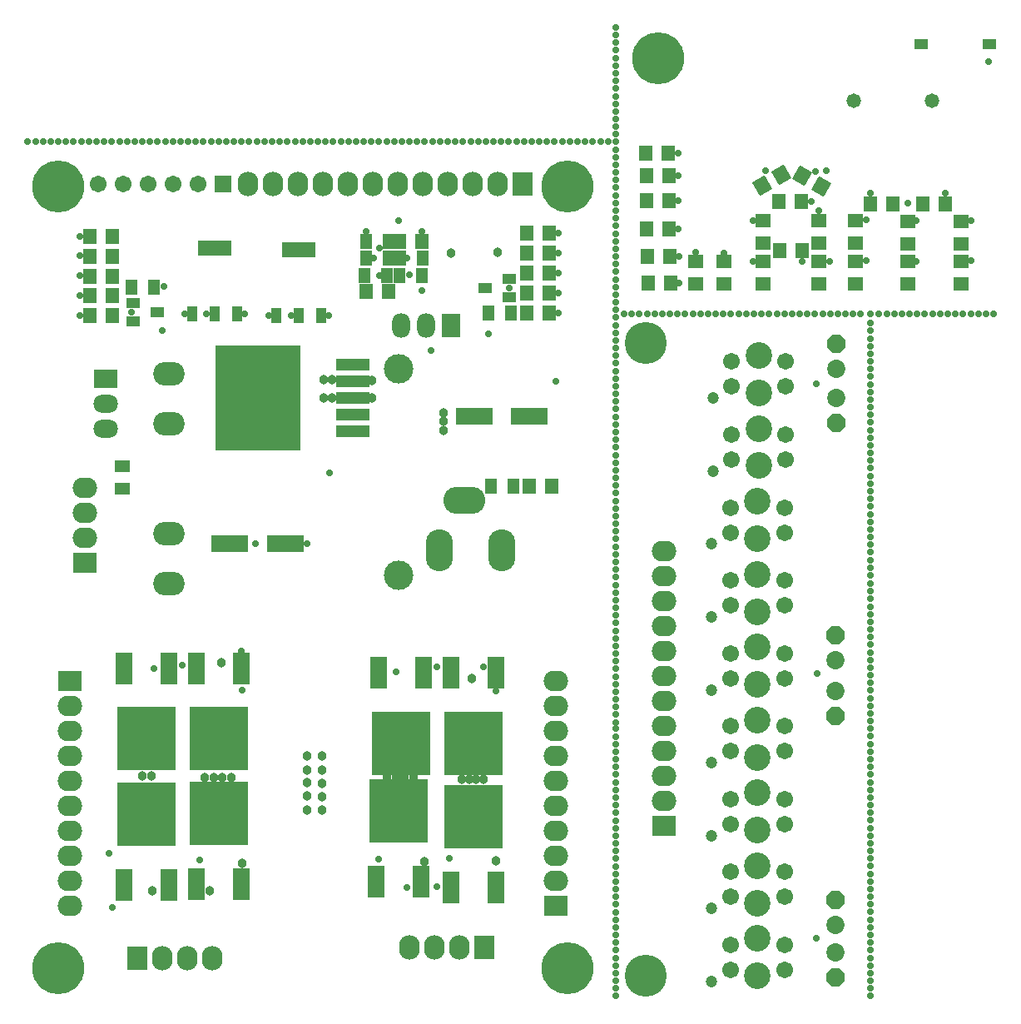
<source format=gts>
G04*
G04 #@! TF.GenerationSoftware,Altium Limited,Altium Designer,18.1.6 (161)*
G04*
G04 Layer_Color=8388736*
%FSTAX24Y24*%
%MOIN*%
G70*
G01*
G75*
%ADD35R,0.0552X0.0395*%
%ADD36R,0.0580X0.0630*%
%ADD37R,0.0630X0.0580*%
G04:AMPARAMS|DCode=38|XSize=58mil|YSize=63mil|CornerRadius=0mil|HoleSize=0mil|Usage=FLASHONLY|Rotation=330.000|XOffset=0mil|YOffset=0mil|HoleType=Round|Shape=Rectangle|*
%AMROTATEDRECTD38*
4,1,4,-0.0409,-0.0128,-0.0094,0.0418,0.0409,0.0128,0.0094,-0.0418,-0.0409,-0.0128,0.0*
%
%ADD38ROTATEDRECTD38*%

G04:AMPARAMS|DCode=39|XSize=58mil|YSize=63mil|CornerRadius=0mil|HoleSize=0mil|Usage=FLASHONLY|Rotation=210.000|XOffset=0mil|YOffset=0mil|HoleType=Round|Shape=Rectangle|*
%AMROTATEDRECTD39*
4,1,4,0.0094,0.0418,0.0409,-0.0128,-0.0094,-0.0418,-0.0409,0.0128,0.0094,0.0418,0.0*
%
%ADD39ROTATEDRECTD39*%

%ADD40R,0.0630X0.0474*%
%ADD41R,0.1458X0.0710*%
%ADD42R,0.3411X0.4226*%
%ADD43R,0.1344X0.0493*%
%ADD44R,0.0474X0.0630*%
%ADD45R,0.2363X0.2521*%
%ADD46R,0.0710X0.1261*%
%ADD47R,0.0446X0.0596*%
%ADD48R,0.1356X0.0596*%
%ADD49R,0.0552X0.0415*%
%ADD50P,0.0790X8X292.5*%
%ADD51C,0.0730*%
%ADD52C,0.0671*%
%ADD53C,0.0474*%
%ADD54C,0.1064*%
%ADD55O,0.0980X0.0830*%
%ADD56R,0.0980X0.0830*%
%ADD57O,0.1080X0.1680*%
%ADD58O,0.1680X0.1080*%
%ADD59C,0.1180*%
%ADD60R,0.0730X0.0980*%
%ADD61O,0.0730X0.0980*%
%ADD62R,0.0671X0.0671*%
%ADD63O,0.0830X0.0980*%
%ADD64R,0.0830X0.0980*%
%ADD65O,0.1261X0.0946*%
%ADD66R,0.0980X0.0730*%
%ADD67O,0.0980X0.0730*%
%ADD68C,0.0280*%
%ADD69C,0.2080*%
%ADD70C,0.0580*%
%ADD71C,0.1680*%
%ADD72C,0.0380*%
D35*
X123578Y0749D02*
D03*
X120822D02*
D03*
D36*
X1098Y07055D02*
D03*
X1107D02*
D03*
X1099Y06535D02*
D03*
X1108D02*
D03*
X109865Y0664D02*
D03*
X110765D02*
D03*
X109837Y0675D02*
D03*
X110737D02*
D03*
X109837Y068649D02*
D03*
X110737D02*
D03*
X109837Y06965D02*
D03*
X110737D02*
D03*
X115183Y06665D02*
D03*
X116083D02*
D03*
X115133Y0686D02*
D03*
X116033D02*
D03*
X1197Y0685D02*
D03*
X1188D02*
D03*
X1209Y068499D02*
D03*
X1218D02*
D03*
X0995Y065D02*
D03*
X0986D02*
D03*
X10085Y067D02*
D03*
X09995D02*
D03*
X087525Y06405D02*
D03*
X088425D02*
D03*
X087525Y065625D02*
D03*
X088425D02*
D03*
X087525Y066413D02*
D03*
X088425D02*
D03*
X087525Y064837D02*
D03*
X088425D02*
D03*
X087525Y0672D02*
D03*
X088425D02*
D03*
X10595Y06735D02*
D03*
X10505D02*
D03*
X10595Y06575D02*
D03*
X10505D02*
D03*
X10595Y06655D02*
D03*
X10505D02*
D03*
X10595Y06415D02*
D03*
X10505D02*
D03*
X10595Y06495D02*
D03*
X10505D02*
D03*
X10515Y0572D02*
D03*
X10605D02*
D03*
D37*
X1118Y065313D02*
D03*
Y066213D02*
D03*
X11675Y065313D02*
D03*
Y066213D02*
D03*
Y06695D02*
D03*
Y06785D02*
D03*
X114507Y06695D02*
D03*
Y06785D02*
D03*
X1145Y065313D02*
D03*
Y066213D02*
D03*
X11295Y065313D02*
D03*
Y066213D02*
D03*
X1203Y066926D02*
D03*
Y067826D02*
D03*
Y065323D02*
D03*
Y066223D02*
D03*
X1182Y066945D02*
D03*
Y067845D02*
D03*
Y065323D02*
D03*
Y066223D02*
D03*
X12245Y066926D02*
D03*
Y067826D02*
D03*
Y065323D02*
D03*
Y066223D02*
D03*
D38*
X11685Y069211D02*
D03*
X116071Y069661D02*
D03*
D39*
X114471Y069236D02*
D03*
X11525Y069686D02*
D03*
D40*
X08885Y058D02*
D03*
Y0571D02*
D03*
D41*
X10515Y06D02*
D03*
X102945D02*
D03*
X09315Y0549D02*
D03*
X095355D02*
D03*
D42*
X094272Y06075D02*
D03*
D43*
X098063Y062089D02*
D03*
Y061419D02*
D03*
Y06075D02*
D03*
Y060081D02*
D03*
Y059411D02*
D03*
D44*
X09945Y06565D02*
D03*
X09855D02*
D03*
X0986Y067D02*
D03*
X0995D02*
D03*
X100863Y06635D02*
D03*
X099963D02*
D03*
X0995D02*
D03*
X0986D02*
D03*
X10085Y06565D02*
D03*
X09995D02*
D03*
X1044Y06415D02*
D03*
X1035D02*
D03*
X0892Y065175D02*
D03*
X0901D02*
D03*
X1045Y0572D02*
D03*
X1036D02*
D03*
D45*
X0898Y0471D02*
D03*
X1029Y043975D02*
D03*
Y046925D02*
D03*
X0999Y0442D02*
D03*
X1Y046925D02*
D03*
X0927Y0441D02*
D03*
Y0471D02*
D03*
X0898Y044077D02*
D03*
D46*
X0889Y049927D02*
D03*
X0907D02*
D03*
X102Y041148D02*
D03*
X1038D02*
D03*
Y049752D02*
D03*
X102D02*
D03*
X099Y041373D02*
D03*
X1008D02*
D03*
X1009Y049752D02*
D03*
X0991D02*
D03*
X0918Y041273D02*
D03*
X0936D02*
D03*
Y049927D02*
D03*
X0918D02*
D03*
X0889Y04125D02*
D03*
X0907D02*
D03*
D47*
X094998Y064033D02*
D03*
X0959D02*
D03*
X096802D02*
D03*
X091648Y0641D02*
D03*
X09255D02*
D03*
X093452D02*
D03*
D48*
X0959Y066667D02*
D03*
X09255Y066734D02*
D03*
D49*
X089258Y064549D02*
D03*
X08926Y063805D02*
D03*
X090242Y064175D02*
D03*
X104342Y064776D02*
D03*
X10434Y06552D02*
D03*
X103358Y06515D02*
D03*
D50*
X1174Y051248D02*
D03*
X117413Y048009D02*
D03*
X117445Y059748D02*
D03*
X117433Y062898D02*
D03*
X1174Y03755D02*
D03*
Y04065D02*
D03*
D51*
Y050248D02*
D03*
X117413Y049009D02*
D03*
X117445Y060748D02*
D03*
X117433Y061898D02*
D03*
X1174Y03855D02*
D03*
Y03965D02*
D03*
D52*
X1132Y044689D02*
D03*
Y043689D02*
D03*
X115365Y044689D02*
D03*
Y043689D02*
D03*
X1132Y04177D02*
D03*
Y04077D02*
D03*
X115365Y04177D02*
D03*
Y04077D02*
D03*
X1132Y038852D02*
D03*
Y037852D02*
D03*
X115365Y038852D02*
D03*
Y037852D02*
D03*
X1132Y053444D02*
D03*
Y052444D02*
D03*
X115365Y053444D02*
D03*
Y052444D02*
D03*
X1132Y050526D02*
D03*
Y049526D02*
D03*
X115365Y050526D02*
D03*
Y049526D02*
D03*
X1132Y047607D02*
D03*
Y046607D02*
D03*
X115365Y047607D02*
D03*
Y046607D02*
D03*
X11325Y0622D02*
D03*
Y0612D02*
D03*
X115415Y0622D02*
D03*
Y0612D02*
D03*
X11325Y059281D02*
D03*
Y058281D02*
D03*
X115415Y059281D02*
D03*
Y058281D02*
D03*
X1132Y056363D02*
D03*
Y055363D02*
D03*
X115365Y056363D02*
D03*
Y055363D02*
D03*
X091876Y0693D02*
D03*
X090876D02*
D03*
X089876D02*
D03*
X088876D02*
D03*
X087876D02*
D03*
D53*
X112452Y043224D02*
D03*
Y040306D02*
D03*
Y037387D02*
D03*
Y05198D02*
D03*
Y049061D02*
D03*
Y046143D02*
D03*
X112502Y060735D02*
D03*
Y057817D02*
D03*
X112452Y054898D02*
D03*
D54*
X114283Y043441D02*
D03*
Y044937D02*
D03*
Y040522D02*
D03*
Y042018D02*
D03*
Y037604D02*
D03*
Y0391D02*
D03*
Y052196D02*
D03*
Y053693D02*
D03*
Y049278D02*
D03*
Y050774D02*
D03*
Y046359D02*
D03*
Y047856D02*
D03*
X114333Y060952D02*
D03*
Y062448D02*
D03*
Y058033D02*
D03*
Y05953D02*
D03*
X114283Y055115D02*
D03*
Y056611D02*
D03*
D55*
X11055Y0546D02*
D03*
Y0526D02*
D03*
Y0506D02*
D03*
Y0486D02*
D03*
Y0466D02*
D03*
Y0456D02*
D03*
Y0446D02*
D03*
Y0476D02*
D03*
Y0496D02*
D03*
Y0516D02*
D03*
Y0536D02*
D03*
X1062Y048425D02*
D03*
Y046425D02*
D03*
Y044425D02*
D03*
Y041425D02*
D03*
Y042425D02*
D03*
Y043425D02*
D03*
Y045425D02*
D03*
Y047425D02*
D03*
Y049425D02*
D03*
X08675Y041425D02*
D03*
Y043425D02*
D03*
Y045425D02*
D03*
Y048425D02*
D03*
Y047425D02*
D03*
Y046425D02*
D03*
Y044425D02*
D03*
Y042425D02*
D03*
Y040425D02*
D03*
X08735Y05715D02*
D03*
Y05615D02*
D03*
Y05515D02*
D03*
D56*
X11055Y0436D02*
D03*
X1062Y040425D02*
D03*
X08675Y049425D02*
D03*
X08735Y05415D02*
D03*
D57*
X10155Y05465D02*
D03*
X10405D02*
D03*
D58*
X10255Y05665D02*
D03*
D59*
X0999Y0619D02*
D03*
Y05365D02*
D03*
D60*
X102Y06365D02*
D03*
D61*
X101D02*
D03*
X1D02*
D03*
D62*
X092876Y0693D02*
D03*
D63*
X093875D02*
D03*
X095875D02*
D03*
X097875D02*
D03*
X099875D02*
D03*
X101875D02*
D03*
X102875D02*
D03*
X103875D02*
D03*
X100875D02*
D03*
X098875D02*
D03*
X096875D02*
D03*
X094875D02*
D03*
X10035Y03875D02*
D03*
X10135D02*
D03*
X10235D02*
D03*
X09245Y0383D02*
D03*
X09145D02*
D03*
X09045D02*
D03*
D64*
X104875Y0693D02*
D03*
X10335Y03875D02*
D03*
X08945Y0383D02*
D03*
D65*
X0907Y0597D02*
D03*
Y0617D02*
D03*
Y055297D02*
D03*
Y053297D02*
D03*
D66*
X088163Y0615D02*
D03*
D67*
Y0605D02*
D03*
Y0595D02*
D03*
D68*
X120373Y0641D02*
D03*
X120067D02*
D03*
X119762D02*
D03*
X119456D02*
D03*
X11915D02*
D03*
X123737D02*
D03*
X123431D02*
D03*
X120679D02*
D03*
X120985D02*
D03*
X121291D02*
D03*
X121596D02*
D03*
X121902D02*
D03*
X122208D02*
D03*
X122514D02*
D03*
X12282D02*
D03*
X123125D02*
D03*
X1086Y075277D02*
D03*
Y075583D02*
D03*
Y071301D02*
D03*
Y071607D02*
D03*
Y071913D02*
D03*
Y072219D02*
D03*
Y074971D02*
D03*
Y074665D02*
D03*
Y074359D02*
D03*
Y074054D02*
D03*
Y073748D02*
D03*
Y073442D02*
D03*
Y073136D02*
D03*
Y07283D02*
D03*
Y072525D02*
D03*
X120641Y0662D02*
D03*
X12285Y06625D02*
D03*
Y067841D02*
D03*
X12065Y06785D02*
D03*
X1218Y06895D02*
D03*
X1188D02*
D03*
X11865Y067865D02*
D03*
Y066232D02*
D03*
X11645Y0686D02*
D03*
X1166Y0698D02*
D03*
X1146Y069862D02*
D03*
X116745Y068248D02*
D03*
X117158Y0662D02*
D03*
X116078Y066228D02*
D03*
X114097Y06785D02*
D03*
Y066213D02*
D03*
X112947Y06655D02*
D03*
X1118Y066575D02*
D03*
X1111Y07055D02*
D03*
Y06965D02*
D03*
Y06865D02*
D03*
Y0675D02*
D03*
X11115Y066413D02*
D03*
Y06535D02*
D03*
X11703Y06985D02*
D03*
X1203Y06855D02*
D03*
X12355Y0742D02*
D03*
X118416Y0641D02*
D03*
X118111D02*
D03*
X117805D02*
D03*
X117499D02*
D03*
X117193D02*
D03*
X116887D02*
D03*
X116582D02*
D03*
X116276D02*
D03*
X113218D02*
D03*
X112912D02*
D03*
X112606D02*
D03*
X1123D02*
D03*
X111994D02*
D03*
X111689D02*
D03*
X111383D02*
D03*
X111077D02*
D03*
X110771D02*
D03*
X113524D02*
D03*
X113829D02*
D03*
X114135D02*
D03*
X114441D02*
D03*
X114747D02*
D03*
X115053D02*
D03*
X115358D02*
D03*
X115664D02*
D03*
X11597D02*
D03*
X109242D02*
D03*
X109548D02*
D03*
X109854D02*
D03*
X11016D02*
D03*
X110465D02*
D03*
X108934D02*
D03*
X1188Y054873D02*
D03*
Y055179D02*
D03*
Y055485D02*
D03*
Y055791D02*
D03*
Y056096D02*
D03*
Y056402D02*
D03*
Y056708D02*
D03*
Y057014D02*
D03*
Y05732D02*
D03*
Y054567D02*
D03*
Y054262D02*
D03*
Y053956D02*
D03*
Y05365D02*
D03*
Y060378D02*
D03*
Y060684D02*
D03*
Y060989D02*
D03*
Y061295D02*
D03*
Y061601D02*
D03*
Y061907D02*
D03*
Y062213D02*
D03*
Y062518D02*
D03*
Y062824D02*
D03*
Y060072D02*
D03*
Y059766D02*
D03*
Y05946D02*
D03*
Y059155D02*
D03*
Y058849D02*
D03*
Y058543D02*
D03*
Y058237D02*
D03*
Y057931D02*
D03*
Y057625D02*
D03*
Y0641D02*
D03*
Y063742D02*
D03*
Y063436D02*
D03*
Y06313D02*
D03*
Y038023D02*
D03*
Y038329D02*
D03*
Y038635D02*
D03*
Y038941D02*
D03*
Y039246D02*
D03*
Y039552D02*
D03*
Y039858D02*
D03*
Y040164D02*
D03*
Y04047D02*
D03*
Y037717D02*
D03*
Y037412D02*
D03*
Y037106D02*
D03*
Y0368D02*
D03*
Y043528D02*
D03*
Y043834D02*
D03*
Y044139D02*
D03*
Y044445D02*
D03*
Y044751D02*
D03*
Y045057D02*
D03*
Y045363D02*
D03*
Y045668D02*
D03*
Y045974D02*
D03*
Y043222D02*
D03*
Y042916D02*
D03*
Y04261D02*
D03*
Y042305D02*
D03*
Y041999D02*
D03*
Y041693D02*
D03*
Y041387D02*
D03*
Y041081D02*
D03*
Y040775D02*
D03*
Y049032D02*
D03*
Y049338D02*
D03*
Y049644D02*
D03*
Y04995D02*
D03*
Y050256D02*
D03*
Y050561D02*
D03*
Y050867D02*
D03*
Y051173D02*
D03*
Y051479D02*
D03*
Y048726D02*
D03*
Y048421D02*
D03*
Y048115D02*
D03*
Y047809D02*
D03*
Y047503D02*
D03*
Y047197D02*
D03*
Y046892D02*
D03*
Y046586D02*
D03*
Y04628D02*
D03*
Y053008D02*
D03*
Y052702D02*
D03*
Y052396D02*
D03*
Y05209D02*
D03*
Y051785D02*
D03*
Y053316D02*
D03*
X11665Y039103D02*
D03*
X116659Y0497D02*
D03*
X11665Y0613D02*
D03*
X1086Y03802D02*
D03*
Y038326D02*
D03*
Y038632D02*
D03*
Y038937D02*
D03*
Y039243D02*
D03*
Y039549D02*
D03*
Y039855D02*
D03*
Y040161D02*
D03*
Y040466D02*
D03*
Y037714D02*
D03*
Y037408D02*
D03*
Y037103D02*
D03*
Y036797D02*
D03*
Y043525D02*
D03*
Y04383D02*
D03*
Y044136D02*
D03*
Y044442D02*
D03*
Y044748D02*
D03*
Y045054D02*
D03*
Y045359D02*
D03*
Y045665D02*
D03*
Y045971D02*
D03*
Y043219D02*
D03*
Y042913D02*
D03*
Y042607D02*
D03*
Y042301D02*
D03*
Y041995D02*
D03*
Y04169D02*
D03*
Y041384D02*
D03*
Y041078D02*
D03*
Y040772D02*
D03*
Y0475D02*
D03*
Y047194D02*
D03*
Y046888D02*
D03*
Y046583D02*
D03*
Y046277D02*
D03*
Y047759D02*
D03*
Y048064D02*
D03*
Y04837D02*
D03*
Y048676D02*
D03*
Y048982D02*
D03*
Y049288D02*
D03*
Y049594D02*
D03*
Y049899D02*
D03*
Y050205D02*
D03*
Y052957D02*
D03*
Y052652D02*
D03*
Y052346D02*
D03*
Y05204D02*
D03*
Y051734D02*
D03*
Y051428D02*
D03*
Y051123D02*
D03*
Y050817D02*
D03*
Y050511D02*
D03*
Y056015D02*
D03*
Y056321D02*
D03*
Y056627D02*
D03*
Y056933D02*
D03*
Y057239D02*
D03*
Y057544D02*
D03*
Y05785D02*
D03*
Y058156D02*
D03*
Y058462D02*
D03*
Y05571D02*
D03*
Y055404D02*
D03*
Y055098D02*
D03*
Y054792D02*
D03*
Y054486D02*
D03*
Y054181D02*
D03*
Y053875D02*
D03*
Y053569D02*
D03*
Y053263D02*
D03*
Y06152D02*
D03*
Y061826D02*
D03*
Y062132D02*
D03*
Y062437D02*
D03*
Y062743D02*
D03*
Y063049D02*
D03*
Y063355D02*
D03*
Y063661D02*
D03*
Y063966D02*
D03*
Y061214D02*
D03*
Y060908D02*
D03*
Y060603D02*
D03*
Y060297D02*
D03*
Y059991D02*
D03*
Y059685D02*
D03*
Y059379D02*
D03*
Y059074D02*
D03*
Y058768D02*
D03*
Y067025D02*
D03*
Y06733D02*
D03*
Y067636D02*
D03*
Y067942D02*
D03*
Y068248D02*
D03*
Y068554D02*
D03*
Y068859D02*
D03*
Y069165D02*
D03*
Y069471D02*
D03*
Y066719D02*
D03*
Y066413D02*
D03*
Y066107D02*
D03*
Y065801D02*
D03*
Y065495D02*
D03*
Y06519D02*
D03*
Y064884D02*
D03*
Y064578D02*
D03*
Y064272D02*
D03*
Y071D02*
D03*
Y070694D02*
D03*
Y070388D02*
D03*
Y070083D02*
D03*
Y069777D02*
D03*
X107068Y071D02*
D03*
X107374D02*
D03*
X10768D02*
D03*
X107986D02*
D03*
X108291D02*
D03*
X101564D02*
D03*
X101869D02*
D03*
X102175D02*
D03*
X102481D02*
D03*
X102787D02*
D03*
X103093D02*
D03*
X103398D02*
D03*
X103704D02*
D03*
X10401D02*
D03*
X106762D02*
D03*
X106456D02*
D03*
X106151D02*
D03*
X105845D02*
D03*
X105539D02*
D03*
X105233D02*
D03*
X104927D02*
D03*
X104622D02*
D03*
X104316D02*
D03*
X096059D02*
D03*
X096365D02*
D03*
X096671D02*
D03*
X096976D02*
D03*
X097282D02*
D03*
X097588D02*
D03*
X097894D02*
D03*
X0982D02*
D03*
X098506D02*
D03*
X101258D02*
D03*
X100952D02*
D03*
X100646D02*
D03*
X10034D02*
D03*
X100035D02*
D03*
X099729D02*
D03*
X099423D02*
D03*
X099117D02*
D03*
X098811D02*
D03*
X090555D02*
D03*
X09086D02*
D03*
X091166D02*
D03*
X091472D02*
D03*
X091778D02*
D03*
X092084D02*
D03*
X092389D02*
D03*
X092695D02*
D03*
X093001D02*
D03*
X095753D02*
D03*
X095447D02*
D03*
X095142D02*
D03*
X094836D02*
D03*
X09453D02*
D03*
X094224D02*
D03*
X093918D02*
D03*
X093613D02*
D03*
X093307D02*
D03*
X087802D02*
D03*
X088108D02*
D03*
X088414D02*
D03*
X08872D02*
D03*
X089025D02*
D03*
X089331D02*
D03*
X089637D02*
D03*
X089943D02*
D03*
X090249D02*
D03*
X087496D02*
D03*
X087191D02*
D03*
X086885D02*
D03*
X086579D02*
D03*
X086273D02*
D03*
X085967D02*
D03*
X085662D02*
D03*
X085356D02*
D03*
X08505D02*
D03*
X09625Y0549D02*
D03*
X097126Y057751D02*
D03*
X1012Y06265D02*
D03*
X09045Y06345D02*
D03*
X09915Y06565D02*
D03*
X1039Y06655D02*
D03*
X099148Y066752D02*
D03*
X0999Y06785D02*
D03*
X10035Y065682D02*
D03*
X0989Y06635D02*
D03*
X10025D02*
D03*
X10085Y06505D02*
D03*
Y0674D02*
D03*
X0986D02*
D03*
X1063Y06735D02*
D03*
X1035Y0633D02*
D03*
X1062Y0614D02*
D03*
X0905Y0652D02*
D03*
X0956Y064033D02*
D03*
X0947D02*
D03*
X0892Y064175D02*
D03*
X10025Y04115D02*
D03*
X09125Y05005D02*
D03*
X08845Y04035D02*
D03*
X0883Y0425D02*
D03*
X10435Y06515D02*
D03*
X1063Y06415D02*
D03*
Y06495D02*
D03*
Y06575D02*
D03*
Y06655D02*
D03*
X087125Y06405D02*
D03*
Y06485D02*
D03*
Y06565D02*
D03*
Y06645D02*
D03*
Y0672D02*
D03*
X097094Y06405D02*
D03*
X09375Y0641D02*
D03*
X09135D02*
D03*
X0922D02*
D03*
X094163Y0549D02*
D03*
X10145Y041175D02*
D03*
Y049975D02*
D03*
X1033D02*
D03*
X0991Y042275D02*
D03*
X1038Y042225D02*
D03*
X10095Y042175D02*
D03*
X10195Y042325D02*
D03*
X1038Y049025D02*
D03*
X0998Y049775D02*
D03*
X0936Y050625D02*
D03*
X09195Y04225D02*
D03*
X09365Y04905D02*
D03*
X0901Y049927D02*
D03*
D69*
X1103Y07435D02*
D03*
X08626Y0692D02*
D03*
X10666D02*
D03*
Y0379D02*
D03*
X08626D02*
D03*
D70*
X121275Y072639D02*
D03*
X118126Y072639D02*
D03*
D71*
X1098Y06295D02*
D03*
Y0376D02*
D03*
D72*
X1005Y04555D02*
D03*
X09945D02*
D03*
X09625Y0464D02*
D03*
Y04585D02*
D03*
Y04535D02*
D03*
Y0448D02*
D03*
Y04425D02*
D03*
X09685D02*
D03*
Y044788D02*
D03*
Y045325D02*
D03*
Y045862D02*
D03*
Y0464D02*
D03*
X0932Y04555D02*
D03*
X09215D02*
D03*
X10245Y045475D02*
D03*
X103017D02*
D03*
X1033D02*
D03*
X103875Y066575D02*
D03*
X102Y06655D02*
D03*
X0969Y06075D02*
D03*
X09725D02*
D03*
X09885D02*
D03*
X0969Y061469D02*
D03*
X09885Y061439D02*
D03*
X09725Y061469D02*
D03*
X1017Y06015D02*
D03*
Y0598D02*
D03*
Y05945D02*
D03*
X10015Y04555D02*
D03*
X0998D02*
D03*
X103Y045475D02*
D03*
X102733D02*
D03*
X10285Y049525D02*
D03*
X1038Y042225D02*
D03*
X10095Y042175D02*
D03*
X0928Y05015D02*
D03*
X09235Y041D02*
D03*
X093625Y0421D02*
D03*
X09005Y041D02*
D03*
X08965Y0456D02*
D03*
X09D02*
D03*
X09285Y04555D02*
D03*
X0925D02*
D03*
M02*

</source>
